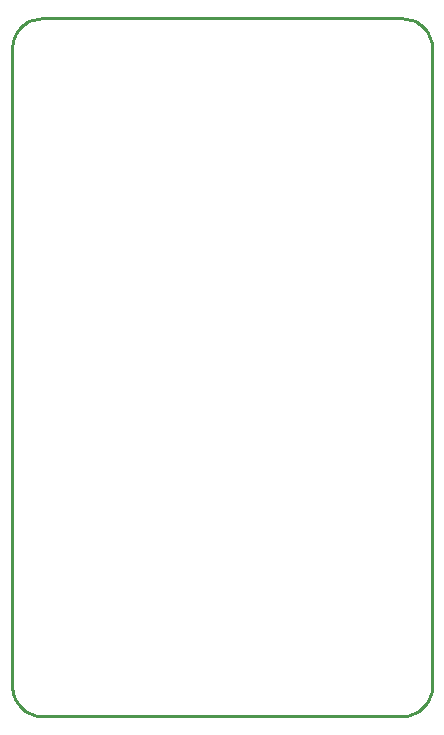
<source format=gbr>
G04 EAGLE Gerber RS-274X export*
G75*
%MOMM*%
%FSLAX34Y34*%
%LPD*%
%IN*%
%IPPOS*%
%AMOC8*
5,1,8,0,0,1.08239X$1,22.5*%
G01*
%ADD10C,0.254000*%


D10*
X0Y25400D02*
X97Y23186D01*
X386Y20989D01*
X865Y18826D01*
X1532Y16713D01*
X2380Y14666D01*
X3403Y12700D01*
X4594Y10831D01*
X5942Y9073D01*
X7440Y7440D01*
X9073Y5942D01*
X10831Y4594D01*
X12700Y3403D01*
X14666Y2380D01*
X16713Y1532D01*
X18826Y865D01*
X20989Y386D01*
X23186Y97D01*
X25400Y0D01*
X330200Y0D01*
X332414Y97D01*
X334611Y386D01*
X336774Y865D01*
X338887Y1532D01*
X340935Y2380D01*
X342900Y3403D01*
X344769Y4594D01*
X346527Y5942D01*
X348161Y7440D01*
X349658Y9073D01*
X351006Y10831D01*
X352197Y12700D01*
X353220Y14666D01*
X354068Y16713D01*
X354735Y18826D01*
X355214Y20989D01*
X355503Y23186D01*
X355600Y25400D01*
X355600Y565150D01*
X355503Y567364D01*
X355214Y569561D01*
X354735Y571724D01*
X354068Y573837D01*
X353220Y575885D01*
X352197Y577850D01*
X351006Y579719D01*
X349658Y581477D01*
X348161Y583111D01*
X346527Y584608D01*
X344769Y585956D01*
X342900Y587147D01*
X340935Y588170D01*
X338887Y589018D01*
X336774Y589685D01*
X334611Y590164D01*
X332414Y590453D01*
X330200Y590550D01*
X25400Y590550D01*
X23186Y590453D01*
X20989Y590164D01*
X18826Y589685D01*
X16713Y589018D01*
X14666Y588170D01*
X12700Y587147D01*
X10831Y585956D01*
X9073Y584608D01*
X7440Y583111D01*
X5942Y581477D01*
X4594Y579719D01*
X3403Y577850D01*
X2380Y575885D01*
X1532Y573837D01*
X865Y571724D01*
X386Y569561D01*
X97Y567364D01*
X0Y565150D01*
X0Y25400D01*
M02*

</source>
